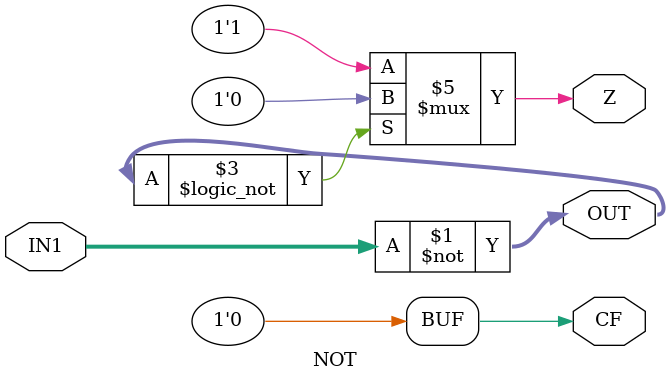
<source format=v>
`timescale 1ns / 1ps


module NOT(
    input wire[3:0] IN1,
    output wire [3:0] OUT,
    output reg Z,
    output wire CF
    );
    
    assign OUT = ~IN1;
    assign CF = 0;
    
    always@*
    begin
        if(OUT == 4'b0000)
            begin
            Z = 1'b0;
            end
        else
            begin
            Z = 1'b1;
            end
    end
    
    
endmodule

</source>
